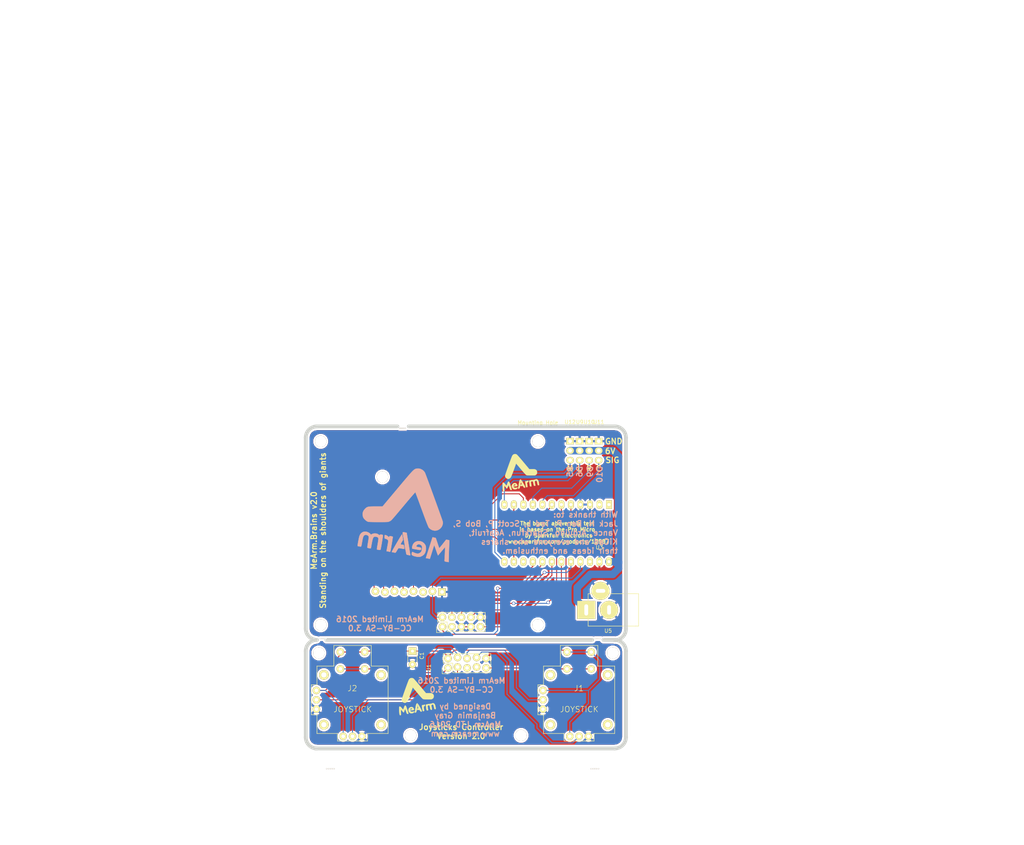
<source format=kicad_pcb>
(kicad_pcb (version 4) (host pcbnew "(2015-01-16 BZR 5376)-product")
  (layers (0 F.Cu signal) (1 In1.Cu signal) (2 In2.Cu signal) (31 B.Cu signal) (34 B.Paste user) (35 F.Paste user) (36 B.SilkS user) (37 F.SilkS user) (38 B.Mask user) (39 F.Mask user) (44 Edge.Cuts user))
  (net 0 "")
  (net 1 GND)
  (net 2 +6V)
  (net 3 I2C_SDA)
  (net 4 I2C_SCLK)
  (net 5 BT_TX)
  (net 6 BT_RX)
  (net 7 LCD_DC)
  (net 8 RIGHT)
  (net 9 LEFT)
  (net 10 LCD_RST)
  (net 11 LCD_CE)
  (net 12 WAIST)
  (net 13 CLAW)
  (net 14 MOSI_D16)
  (net 15 MISO_D14)
  (net 16 SCLK_D15)
  (net 17 A0)
  (net 18 A1)
  (net 19 A2)
  (net 20 A3)
  (net 21 RST)
  (net 22 5V)
  (net 23 VCC)
  (net 24 S2)
  (net 25 S1)
  (net 26 "Net-(U1-Pad5)")
  (net 27 "Net-(U1-Pad7)")
  (module Brains:Mounting_Hole (layer F.Cu) (at 114 85.5)
    (fp_text reference "" (at 0 -5) (layer F.SilkS))
    (fp_text value "" (at 4.5 0) (layer F.SilkS))
    (pad "" thru_hole circle (at 0 0) (size 3 3) (drill 3) (layers *.Cu *.Mask F.SilkS))
  )
  (module brains:MeArmLogo10mm (layer F.Cu) (at 123.3 144.1)
    (fp_text reference G*** hide)
    (fp_text value LOGO hide)
  )
  (module Brains:Nokia5510LCD (layer F.Cu) (at 121 113.5)
    (fp_text reference "" (at 0 -7.62) (layer F.SilkS) (effects (font (size 1.5 1.5))))
    (fp_text value "" (at 0 5.08) (layer F.SilkS) (effects (font (size 1.5 1.5))))
    (fp_text user "" (at -3.175 12.065) (layer F.SilkS) (effects (font (size 1.5 1.5))))
    (pad 1 thru_hole circle (at -8.89 2.54) (size 2 2) (drill 0.9) (layers *.Cu *.Mask F.SilkS) (net 10 LCD_RST))
    (pad 2 thru_hole circle (at -6.35 2.75) (size 2 2) (drill 1) (layers *.Cu *.Mask F.SilkS) (net 11 LCD_CE))
    (pad 3 thru_hole circle (at -3.81 2.54) (size 2 2) (drill 1) (layers *.Cu *.Mask F.SilkS) (net 7 LCD_DC))
    (pad 4 thru_hole circle (at -1.25 2.75) (size 2 2) (drill 1) (layers *.Cu *.Mask F.SilkS) (net 14 MOSI_D16))
    (pad 5 thru_hole circle (at 1.27 2.54) (size 2 2) (drill 1) (layers *.Cu *.Mask F.SilkS) (net 16 SCLK_D15))
    (pad 6 thru_hole circle (at 3.85 2.75) (size 2 2) (drill 1) (layers *.Cu *.Mask F.SilkS) (net 22 5V))
    (pad 7 thru_hole circle (at 6.35 2.54) (size 2 2) (drill 1) (layers *.Cu *.Mask F.SilkS) (net 22 5V))
    (pad 8 thru_hole rect (at 8.9 2.7) (size 2 2) (drill 1) (layers *.Cu *.Mask F.SilkS) (net 1 GND))
  )
  (module Pin_Headers:Pin_Header_Straight_1x03 (layer F.Cu) (at 171.735 75.946)
    (fp_text reference U11 (at 0 -5.1) (layer F.SilkS))
    (fp_text value Servo)
    (pad 1 thru_hole rect (at 0 0) (size 2.032 1.7272) (drill 1.016) (layers *.Cu *.Mask F.SilkS) (net 1 GND))
    (pad 2 thru_hole oval (at 0 2.54) (size 2.032 1.7272) (drill 1.016) (layers *.Cu *.Mask F.SilkS) (net 2 +6V))
    (pad 3 thru_hole oval (at 0 5.08) (size 2.032 1.7272) (drill 1.016) (layers *.Cu *.Mask F.SilkS) (net 8 RIGHT))
  )
  (module Pin_Headers:Pin_Header_Straight_1x03 (layer F.Cu) (at 169.195 75.946)
    (fp_text reference U10 (at 0 -5.1) (layer F.SilkS))
    (fp_text value Servo)
    (pad 1 thru_hole rect (at 0 0) (size 2.032 1.7272) (drill 1.016) (layers *.Cu *.Mask F.SilkS) (net 1 GND))
    (pad 2 thru_hole oval (at 0 2.54) (size 2.032 1.7272) (drill 1.016) (layers *.Cu *.Mask F.SilkS) (net 2 +6V))
    (pad 3 thru_hole oval (at 0 5.08) (size 2.032 1.7272) (drill 1.016) (layers *.Cu *.Mask F.SilkS) (net 9 LEFT))
  )
  (module Pin_Headers:Pin_Header_Straight_1x03 (layer F.Cu) (at 166.655 75.946)
    (fp_text reference U9 (at 0 -5.1) (layer F.SilkS))
    (fp_text value Servo)
    (pad 1 thru_hole rect (at 0 0) (size 2.032 1.7272) (drill 1.016) (layers *.Cu *.Mask F.SilkS) (net 1 GND))
    (pad 2 thru_hole oval (at 0 2.54) (size 2.032 1.7272) (drill 1.016) (layers *.Cu *.Mask F.SilkS) (net 2 +6V))
    (pad 3 thru_hole oval (at 0 5.08) (size 2.032 1.7272) (drill 1.016) (layers *.Cu *.Mask F.SilkS) (net 12 WAIST))
  )
  (module Pin_Headers:Pin_Header_Straight_1x03 (layer F.Cu) (at 164.095 75.935)
    (fp_text reference U12 (at 0 -5.1) (layer F.SilkS))
    (fp_text value Servo)
    (pad 1 thru_hole rect (at 0 0) (size 2.032 1.7272) (drill 1.016) (layers *.Cu *.Mask F.SilkS) (net 1 GND))
    (pad 2 thru_hole oval (at 0 2.54) (size 2.032 1.7272) (drill 1.016) (layers *.Cu *.Mask F.SilkS) (net 2 +6V))
    (pad 3 thru_hole oval (at 0 5.08) (size 2.032 1.7272) (drill 1.016) (layers *.Cu *.Mask F.SilkS) (net 13 CLAW))
  )
  (module Sockets_DIP:DIP-24__600_ELL (layer F.Cu) (at 160.5 100.5 180)
    (fp_text reference U3 (at -11.43 -3.81 180) (layer F.SilkS))
    (fp_text value promicro)
    (pad 1 thru_hole rect (at -13.97 7.62 180) (size 1.5748 2.286) (drill 0.8128) (layers *.Cu *.Mask F.SilkS) (net 5 BT_TX))
    (pad 2 thru_hole oval (at -11.43 7.62 180) (size 1.5748 2.286) (drill 0.8128) (layers *.Cu *.Mask F.SilkS) (net 6 BT_RX))
    (pad 3 thru_hole oval (at -8.89 7.62 180) (size 1.5748 2.286) (drill 0.8128) (layers *.Cu *.Mask F.SilkS) (net 1 GND))
    (pad 4 thru_hole oval (at -6.35 7.62 180) (size 1.5748 2.286) (drill 0.8128) (layers *.Cu *.Mask F.SilkS) (net 1 GND))
    (pad 5 thru_hole oval (at -3.81 7.62 180) (size 1.5748 2.286) (drill 0.8128) (layers *.Cu *.Mask F.SilkS) (net 3 I2C_SDA))
    (pad 6 thru_hole oval (at -1.27 7.62 180) (size 1.5748 2.286) (drill 0.8128) (layers *.Cu *.Mask F.SilkS) (net 4 I2C_SCLK))
    (pad 7 thru_hole oval (at 1.27 7.62 180) (size 1.5748 2.286) (drill 0.8128) (layers *.Cu *.Mask F.SilkS) (net 7 LCD_DC))
    (pad 8 thru_hole oval (at 3.81 7.62 180) (size 1.5748 2.286) (drill 0.8128) (layers *.Cu *.Mask F.SilkS) (net 8 RIGHT))
    (pad 9 thru_hole oval (at 6.35 7.62 180) (size 1.5748 2.286) (drill 0.8128) (layers *.Cu *.Mask F.SilkS) (net 9 LEFT))
    (pad 10 thru_hole oval (at 8.89 7.62 180) (size 1.5748 2.286) (drill 0.8128) (layers *.Cu *.Mask F.SilkS) (net 10 LCD_RST))
    (pad 11 thru_hole oval (at 11.43 7.62 180) (size 1.5748 2.286) (drill 0.8128) (layers *.Cu *.Mask F.SilkS) (net 11 LCD_CE))
    (pad 12 thru_hole oval (at 13.97 7.62 180) (size 1.5748 2.286) (drill 0.8128) (layers *.Cu *.Mask F.SilkS) (net 12 WAIST))
    (pad 13 thru_hole oval (at 13.97 -7.62 180) (size 1.5748 2.286) (drill 0.8128) (layers *.Cu *.Mask F.SilkS) (net 13 CLAW))
    (pad 14 thru_hole oval (at 11.43 -7.62 180) (size 1.5748 2.286) (drill 0.8128) (layers *.Cu *.Mask F.SilkS) (net 14 MOSI_D16))
    (pad 15 thru_hole oval (at 8.89 -7.62 180) (size 1.5748 2.286) (drill 0.8128) (layers *.Cu *.Mask F.SilkS) (net 15 MISO_D14))
    (pad 16 thru_hole oval (at 6.35 -7.62 180) (size 1.5748 2.286) (drill 0.8128) (layers *.Cu *.Mask F.SilkS) (net 16 SCLK_D15))
    (pad 17 thru_hole oval (at 3.81 -7.62 180) (size 1.5748 2.286) (drill 0.8128) (layers *.Cu *.Mask F.SilkS) (net 17 A0))
    (pad 18 thru_hole oval (at 1.27 -7.62 180) (size 1.5748 2.286) (drill 0.8128) (layers *.Cu *.Mask F.SilkS) (net 18 A1))
    (pad 19 thru_hole oval (at -1.27 -7.62 180) (size 1.5748 2.286) (drill 0.8128) (layers *.Cu *.Mask F.SilkS) (net 19 A2))
    (pad 20 thru_hole oval (at -3.81 -7.62 180) (size 1.5748 2.286) (drill 0.8128) (layers *.Cu *.Mask F.SilkS) (net 20 A3))
    (pad 21 thru_hole oval (at -6.35 -7.62 180) (size 1.5748 2.286) (drill 0.8128) (layers *.Cu *.Mask F.SilkS) (net 22 5V))
    (pad 22 thru_hole oval (at -8.89 -7.62 180) (size 1.5748 2.286) (drill 0.8128) (layers *.Cu *.Mask F.SilkS) (net 21 RST))
    (pad 23 thru_hole oval (at -11.43 -7.62 180) (size 1.5748 2.286) (drill 0.8128) (layers *.Cu *.Mask F.SilkS) (net 1 GND))
    (pad 24 thru_hole oval (at -13.97 -7.62 180) (size 1.5748 2.286) (drill 0.8128) (layers *.Cu *.Mask F.SilkS) (net 2 +6V))
  )
  (module Brains:TinyDrillHole (layer F.Cu) (at 98.933 128.651)
    (fp_text reference "" (at 0 0) (layer F.SilkS))
    (fp_text value "" (at 0 0 90) (layer F.SilkS))
    (pad 2 thru_hole circle (at 0 0) (size 0.3 0.3) (drill 0.3) (layers *.Cu *.Mask F.SilkS))
  )
  (module Brains:TinyDrillHole (layer F.Cu) (at 98.552 128.651)
    (fp_text reference "" (at 0 0) (layer F.SilkS))
    (fp_text value "" (at 0 0 90) (layer F.SilkS))
    (pad 2 thru_hole circle (at 0 0) (size 0.3 0.3) (drill 0.3) (layers *.Cu *.Mask F.SilkS))
  )
  (module Brains:TinyDrillHole (layer F.Cu) (at 98.171 128.651)
    (fp_text reference "" (at 0 0) (layer F.SilkS))
    (fp_text value "" (at 0 0 90) (layer F.SilkS))
    (pad 2 thru_hole circle (at 0 0) (size 0.3 0.3) (drill 0.3) (layers *.Cu *.Mask F.SilkS))
  )
  (module Brains:TinyDrillHole (layer F.Cu) (at 97.79 128.651)
    (fp_text reference "" (at 0 0) (layer F.SilkS))
    (fp_text value "" (at 0 0 90) (layer F.SilkS))
    (pad 2 thru_hole circle (at 0 0) (size 0.3 0.3) (drill 0.3) (layers *.Cu *.Mask F.SilkS))
  )
  (module TinyDrillHole (layer F.Cu) (at 97.409 128.651)
    (fp_text reference "" (at 0 0) (layer F.SilkS))
    (fp_text value "" (at 0 0 90) (layer F.SilkS))
    (pad 2 thru_hole circle (at 0 0) (size 0.3 0.3) (drill 0.3) (layers *.Cu *.Mask F.SilkS))
  )
  (module Brains:TinyDrillHole (layer F.Cu) (at 172.339 128.651)
    (fp_text reference "" (at 0 0) (layer F.SilkS))
    (fp_text value "" (at 0 0 90) (layer F.SilkS))
    (pad 2 thru_hole circle (at 0 0) (size 0.3 0.3) (drill 0.3) (layers *.Cu *.Mask F.SilkS))
  )
  (module Brains:TinyDrillHole (layer F.Cu) (at 171.958 128.651)
    (fp_text reference "" (at 0 0) (layer F.SilkS))
    (fp_text value "" (at 0 0 90) (layer F.SilkS))
    (pad 2 thru_hole circle (at 0 0) (size 0.3 0.3) (drill 0.3) (layers *.Cu *.Mask F.SilkS))
  )
  (module Brains:TinyDrillHole (layer F.Cu) (at 171.577 128.651)
    (fp_text reference "" (at 0 0) (layer F.SilkS))
    (fp_text value "" (at 0 0 90) (layer F.SilkS))
    (pad 2 thru_hole circle (at 0 0) (size 0.3 0.3) (drill 0.3) (layers *.Cu *.Mask F.SilkS))
  )
  (module Brains:TinyDrillHole (layer F.Cu) (at 171.196 128.651)
    (fp_text reference "" (at 0 0) (layer F.SilkS))
    (fp_text value "" (at 0 0 90) (layer F.SilkS))
    (pad 2 thru_hole circle (at 0 0) (size 0.3 0.3) (drill 0.3) (layers *.Cu *.Mask F.SilkS))
  )
  (module TinyDrillHole (layer F.Cu) (at 170.815 128.651)
    (fp_text reference "" (at 0 0) (layer F.SilkS))
    (fp_text value "" (at 0 0 90) (layer F.SilkS))
    (pad 2 thru_hole circle (at 0 0) (size 0.3 0.3) (drill 0.3) (layers *.Cu *.Mask F.SilkS))
  )
  (module TinyDrillHole (layer F.Cu) (at 118.618 72.517)
    (fp_text reference "" (at 0 0) (layer F.SilkS))
    (fp_text value "" (at 0 0 90) (layer F.SilkS))
    (pad 2 thru_hole circle (at 0 0) (size 0.3 0.3) (drill 0.3) (layers *.Cu *.Mask F.SilkS))
  )
  (module Pin_Headers:Pin_Header_Straight_2x05 (layer F.Cu) (at 130 125.5 90)
    (fp_text reference "" (at 0 -5.1 90) (layer F.SilkS))
    (fp_text value JoyConnectISP)
    (pad 1 thru_hole circle (at 0 0 90) (size 2 2) (drill 1.016) (layers *.Cu *.Mask F.SilkS) (net 3 I2C_SDA))
    (pad 2 thru_hole circle (at 2.54 0 90) (size 2 2) (drill 1.016) (layers *.Cu *.Mask F.SilkS) (net 22 5V))
    (pad 3 thru_hole circle (at 0 2.54 90) (size 2 2) (drill 1.016) (layers *.Cu *.Mask F.SilkS) (net 17 A0))
    (pad 4 thru_hole circle (at 2.54 2.54 90) (size 2 2) (drill 1.016) (layers *.Cu *.Mask F.SilkS) (net 20 A3))
    (pad 5 thru_hole circle (at 0 5.08 90) (size 2 2) (drill 1.016) (layers *.Cu *.Mask F.SilkS) (net 1 GND))
    (pad 6 thru_hole circle (at 2.54 5.08 90) (size 2 2) (drill 1.016) (layers *.Cu *.Mask F.SilkS) (net 19 A2))
    (pad 7 thru_hole circle (at 0 7.62 90) (size 2 2) (drill 1.016) (layers *.Cu *.Mask F.SilkS) (net 1 GND))
    (pad 8 thru_hole circle (at 2.54 7.62 90) (size 2 2) (drill 1.016) (layers *.Cu *.Mask F.SilkS) (net 18 A1))
    (pad 9 thru_hole circle (at 0 10.16 90) (size 2 2) (drill 1.016) (layers *.Cu *.Mask F.SilkS) (net 4 I2C_SCLK))
    (pad 10 thru_hole circle (at 2.54 10.16 90) (size 2 2) (drill 1.016) (layers *.Cu *.Mask F.SilkS) (net 1 GND))
  )
  (module Connect:JACK_ALIM (layer F.Cu) (at 174.5 121 180)
    (fp_text reference U5 (at 0.254 -5.588 180) (layer F.SilkS))
    (fp_text value JACK_2MM1)
    (pad 2 thru_hole circle (at 0 0 180) (size 4.8006 4.8006) (drill oval 1.016 2.54) (layers *.Cu *.Mask F.SilkS) (net 1 GND))
    (pad 1 thru_hole rect (at 6.096 0 180) (size 4.8006 4.8006) (drill oval 1.016 3) (layers *.Cu *.Mask F.SilkS) (net 2 +6V))
    (pad 3 thru_hole circle (at 2.286 5.08 180) (size 4.8006 4.8006) (drill oval 2.54 1.016) (layers *.Cu *.Mask F.SilkS) (net 1 GND))
  )
  (module Brains:Mounting_Hole (layer F.Cu) (at 97.5 76)
    (fp_text reference "" (at 0 -5) (layer F.SilkS))
    (fp_text value "" (at 4.5 0) (layer F.SilkS))
    (pad "" thru_hole circle (at 0 0) (size 3 3) (drill 3) (layers *.Cu *.Mask F.SilkS))
  )
  (module Brains:Mounting_Hole (layer F.Cu) (at 155.5 76)
    (fp_text reference Mounting_Hole (at 0 -5) (layer F.SilkS))
    (fp_text value "" (at 0 5) (layer F.SilkS))
    (pad "" thru_hole circle (at 0 0) (size 3 3) (drill 3) (layers *.Cu *.Mask F.SilkS))
  )
  (module Brains:Mounting_Hole (layer F.Cu) (at 97.5 125)
    (fp_text reference "" (at 0 -5) (layer F.SilkS))
    (fp_text value "" (at 0 5) (layer F.SilkS))
    (pad "" thru_hole circle (at 0 0) (size 3 3) (drill 3) (layers *.Cu *.Mask F.SilkS))
  )
  (module Brains:Mounting_Hole (layer F.Cu) (at 155.5 125)
    (fp_text reference "" (at 0 -5) (layer F.SilkS))
    (fp_text value "" (at 0 5) (layer F.SilkS))
    (pad "" thru_hole circle (at 0 0) (size 3 3) (drill 3) (layers *.Cu *.Mask F.SilkS))
  )
  (module Brains:TinyDrillHole (layer F.Cu) (at 118.999 72.517)
    (fp_text reference "" (at 0 0) (layer F.SilkS))
    (fp_text value "" (at 0 0 90) (layer F.SilkS))
    (pad 2 thru_hole circle (at 0 0) (size 0.3 0.3) (drill 0.3) (layers *.Cu *.Mask F.SilkS))
  )
  (module Brains:TinyDrillHole (layer F.Cu) (at 119.38 72.517)
    (fp_text reference "" (at 0 0) (layer F.SilkS))
    (fp_text value "" (at 0 0 90) (layer F.SilkS))
    (pad 2 thru_hole circle (at 0 0) (size 0.3 0.3) (drill 0.3) (layers *.Cu *.Mask F.SilkS))
  )
  (module Brains:TinyDrillHole (layer F.Cu) (at 119.761 72.517)
    (fp_text reference "" (at 0 0) (layer F.SilkS))
    (fp_text value "" (at 0 0 90) (layer F.SilkS))
    (pad 2 thru_hole circle (at 0 0) (size 0.3 0.3) (drill 0.3) (layers *.Cu *.Mask F.SilkS))
  )
  (module Brains:TinyDrillHole (layer F.Cu) (at 120.142 72.517)
    (fp_text reference "" (at 0 0) (layer F.SilkS))
    (fp_text value "" (at 0 0 90) (layer F.SilkS))
    (pad 2 thru_hole circle (at 0 0) (size 0.3 0.3) (drill 0.3) (layers *.Cu *.Mask F.SilkS))
  )
  (module brains:MeArmLogo25mm (layer B.Cu) (at 119.634 95.758 180)
    (fp_text reference G*** hide)
    (fp_text value LOGO hide)
  )
  (module brains:MeArmLogo10mm (layer F.Cu) (at 150.9 84.3)
    (fp_text reference G*** hide)
    (fp_text value LOGO hide)
  )
  (module Brains:JOYSTICKS (layer F.Cu) (at 166.5 145)
    (fp_text reference J1 (at -0.05 -3.05) (layer F.SilkS) (effects (font (size 1.5 1.5))))
    (fp_text value JOYSTICK (at 0.05 2.55) (layer F.SilkS) (effects (font (size 1.5 1.5))))
    (pad "" thru_hole circle (at -7.65 -6.65) (size 2.6 2.6) (drill 1.4) (layers *.Cu *.Mask F.SilkS))
    (pad "" thru_hole circle (at 7.65 -6.65) (size 2.6 2.6) (drill 1.4) (layers *.Cu *.Mask F.SilkS))
    (pad "" thru_hole circle (at 7.65 6.65) (size 2.6 2.6) (drill 1.4) (layers *.Cu *.Mask F.SilkS))
    (pad "" thru_hole circle (at -7.65 6.65) (size 2.6 2.6) (drill 1.4) (layers *.Cu *.Mask F.SilkS))
    (pad 4 thru_hole circle (at -9.65 0) (size 2 2) (drill 1) (layers *.Cu *.Mask F.SilkS) (net 19 A2))
    (pad 3 thru_hole circle (at -9.65 -2.5) (size 2 2) (drill 1) (layers *.Cu *.Mask F.SilkS) (net 23 VCC))
    (pad 5 thru_hole circle (at -9.65 2.5) (size 2 2) (drill 1) (layers *.Cu *.Mask F.SilkS) (net 1 GND))
    (pad 7 thru_hole circle (at 0 9.75) (size 2 2) (drill 1) (layers *.Cu *.Mask F.SilkS) (net 20 A3))
    (pad 6 thru_hole circle (at -2.5 9.75) (size 2 2) (drill 1) (layers *.Cu *.Mask F.SilkS) (net 23 VCC))
    (pad 8 thru_hole circle (at 2.5 9.75) (size 2 2) (drill 1) (layers *.Cu *.Mask F.SilkS) (net 1 GND))
    (pad 1 thru_hole circle (at -3.25 -8.25) (size 2 2) (drill 1) (layers *.Cu *.Mask F.SilkS) (net 24 S2))
    (pad 1 thru_hole circle (at 3.25 -8.25) (size 2 2) (drill 1) (layers *.Cu *.Mask F.SilkS) (net 24 S2))
    (pad 2 thru_hole circle (at 3.25 -12.75) (size 2 2) (drill 1) (layers *.Cu *.Mask F.SilkS) (net 23 VCC))
    (pad 2 thru_hole circle (at -3.25 -12.75) (size 2 2) (drill 1) (layers *.Cu *.Mask F.SilkS) (net 23 VCC))
  )
  (module JOYSTICKS (layer F.Cu) (at 106 145)
    (fp_text reference J2 (at -0.05 -3.05) (layer F.SilkS) (effects (font (size 1.5 1.5))))
    (fp_text value JOYSTICK (at 0.05 2.55) (layer F.SilkS) (effects (font (size 1.5 1.5))))
    (pad "" thru_hole circle (at -7.65 -6.65) (size 2.6 2.6) (drill 1.4) (layers *.Cu *.Mask F.SilkS))
    (pad "" thru_hole circle (at 7.65 -6.65) (size 2.6 2.6) (drill 1.4) (layers *.Cu *.Mask F.SilkS))
    (pad "" thru_hole circle (at 7.65 6.65) (size 2.6 2.6) (drill 1.4) (layers *.Cu *.Mask F.SilkS))
    (pad "" thru_hole circle (at -7.65 6.65) (size 2.6 2.6) (drill 1.4) (layers *.Cu *.Mask F.SilkS))
    (pad 4 thru_hole circle (at -9.65 0) (size 2 2) (drill 1) (layers *.Cu *.Mask F.SilkS) (net 17 A0))
    (pad 3 thru_hole circle (at -9.65 -2.5) (size 2 2) (drill 1) (layers *.Cu *.Mask F.SilkS) (net 23 VCC))
    (pad 5 thru_hole circle (at -9.65 2.5) (size 2 2) (drill 1) (layers *.Cu *.Mask F.SilkS) (net 1 GND))
    (pad 7 thru_hole circle (at 0 9.75) (size 2 2) (drill 1) (layers *.Cu *.Mask F.SilkS) (net 18 A1))
    (pad 6 thru_hole circle (at -2.5 9.75) (size 2 2) (drill 1) (layers *.Cu *.Mask F.SilkS) (net 23 VCC))
    (pad 8 thru_hole circle (at 2.5 9.75) (size 2 2) (drill 1) (layers *.Cu *.Mask F.SilkS) (net 1 GND))
    (pad 1 thru_hole circle (at -3.25 -8.25) (size 2 2) (drill 1) (layers *.Cu *.Mask F.SilkS) (net 25 S1))
    (pad 1 thru_hole circle (at 3.25 -8.25) (size 2 2) (drill 1) (layers *.Cu *.Mask F.SilkS) (net 25 S1))
    (pad 2 thru_hole circle (at 3.25 -12.75) (size 2 2) (drill 1) (layers *.Cu *.Mask F.SilkS) (net 23 VCC))
    (pad 2 thru_hole circle (at -3.25 -12.75) (size 2 2) (drill 1) (layers *.Cu *.Mask F.SilkS) (net 23 VCC))
  )
  (module Pin_Headers:Pin_Header_Straight_2x05 (layer F.Cu) (at 131.5 136.5 90)
    (fp_text reference U1 (at 0 -5.1 90) (layer F.SilkS))
    (fp_text value JoyConnectISP)
    (pad 1 thru_hole circle (at 0 0 90) (size 2 2) (drill 1.016) (layers *.Cu *.Mask F.SilkS) (net 25 S1))
    (pad 2 thru_hole circle (at 2.54 0 90) (size 2 2) (drill 1.016) (layers *.Cu *.Mask F.SilkS) (net 23 VCC))
    (pad 3 thru_hole circle (at 0.254 2.54 90) (size 2 2) (drill 1.016) (layers *.Cu *.Mask F.SilkS) (net 17 A0))
    (pad 4 thru_hole circle (at 2.794 2.54 90) (size 2 2) (drill 1.016) (layers *.Cu *.Mask F.SilkS) (net 18 A1))
    (pad 5 thru_hole circle (at 0 5.08 90) (size 2 2) (drill 1.016) (layers *.Cu *.Mask F.SilkS) (net 26 "Net-(U1-Pad5)"))
    (pad 6 thru_hole circle (at 2.54 5.08 90) (size 2 2) (drill 1.016) (layers *.Cu *.Mask F.SilkS) (net 19 A2))
    (pad 7 thru_hole circle (at 0.254 7.62 90) (size 2 2) (drill 1.016) (layers *.Cu *.Mask F.SilkS) (net 27 "Net-(U1-Pad7)"))
    (pad 8 thru_hole circle (at 2.794 7.62 90) (size 2 2) (drill 1.016) (layers *.Cu *.Mask F.SilkS) (net 20 A3))
    (pad 9 thru_hole circle (at 0 10.16 90) (size 2 2) (drill 1.016) (layers *.Cu *.Mask F.SilkS) (net 24 S2))
    (pad 10 thru_hole circle (at 2.54 10.16 90) (size 2 2) (drill 1.016) (layers *.Cu *.Mask F.SilkS) (net 1 GND))
  )
  (module Capacitors_ThroughHole:C_Disc_D3_P2.5 (layer F.Cu) (at 122 132 270)
    (fp_text reference C1 (at 1.25 -2.5 270) (layer F.SilkS))
    (fp_text value C)
    (pad 1 thru_hole rect (at 0 0 270) (size 2 2) (drill 0.8) (layers *.Cu *.Mask F.SilkS) (net 23 VCC))
    (pad 2 thru_hole circle (at 3.556 0 270) (size 2 2) (drill 0.8001) (layers *.Cu *.Mask F.SilkS) (net 1 GND))
  )
  (module brains:TinyDrillHole (layer F.Cu) (at 169.664 163.403)
    (fp_text reference "" (at 0 0) (layer F.SilkS))
    (fp_text value "" (at 0 0 90) (layer F.SilkS))
    (pad 2 thru_hole circle (at 0 0) (size 0.3 0.3) (drill 0.3) (layers *.Cu *.Mask F.SilkS))
  )
  (module brains:TinyDrillHole (layer F.Cu) (at 170.172 163.403)
    (fp_text reference "" (at 0 0) (layer F.SilkS))
    (fp_text value "" (at 0 0 90) (layer F.SilkS))
    (pad 2 thru_hole circle (at 0 0) (size 0.3 0.3) (drill 0.3) (layers *.Cu *.Mask F.SilkS))
  )
  (module brains:TinyDrillHole (layer F.Cu) (at 171.188 163.403)
    (fp_text reference "" (at 0 0) (layer F.SilkS))
    (fp_text value "" (at 0 0 90) (layer F.SilkS))
    (pad 2 thru_hole circle (at 0 0) (size 0.3 0.3) (drill 0.3) (layers *.Cu *.Mask F.SilkS))
  )
  (module brains:TinyDrillHole (layer F.Cu) (at 170.68 163.403)
    (fp_text reference "" (at 0 0) (layer F.SilkS))
    (fp_text value "" (at 0 0 90) (layer F.SilkS))
    (pad 2 thru_hole circle (at 0 0) (size 0.3 0.3) (drill 0.3) (layers *.Cu *.Mask F.SilkS))
  )
  (module brains:TinyDrillHole (layer F.Cu) (at 171.696 163.403)
    (fp_text reference "" (at 0 0) (layer F.SilkS))
    (fp_text value "" (at 0 0 90) (layer F.SilkS))
    (pad 2 thru_hole circle (at 0 0) (size 0.3 0.3) (drill 0.3) (layers *.Cu *.Mask F.SilkS))
  )
  (module brains:TinyDrillHole (layer F.Cu) (at 101.084 163.403)
    (fp_text reference "" (at 0 0) (layer F.SilkS))
    (fp_text value "" (at 0 0 90) (layer F.SilkS))
    (pad 2 thru_hole circle (at 0 0) (size 0.3 0.3) (drill 0.3) (layers *.Cu *.Mask F.SilkS))
  )
  (module brains:TinyDrillHole (layer F.Cu) (at 100.068 163.403)
    (fp_text reference "" (at 0 0) (layer F.SilkS))
    (fp_text value "" (at 0 0 90) (layer F.SilkS))
    (pad 2 thru_hole circle (at 0 0) (size 0.3 0.3) (drill 0.3) (layers *.Cu *.Mask F.SilkS))
  )
  (module brains:TinyDrillHole (layer F.Cu) (at 100.576 163.403)
    (fp_text reference "" (at 0 0) (layer F.SilkS))
    (fp_text value "" (at 0 0 90) (layer F.SilkS))
    (pad 2 thru_hole circle (at 0 0) (size 0.3 0.3) (drill 0.3) (layers *.Cu *.Mask F.SilkS))
  )
  (module brains:TinyDrillHole (layer F.Cu) (at 99.56 163.403)
    (fp_text reference "" (at 0 0) (layer F.SilkS))
    (fp_text value "" (at 0 0 90) (layer F.SilkS))
    (pad 2 thru_hole circle (at 0 0) (size 0.3 0.3) (drill 0.3) (layers *.Cu *.Mask F.SilkS))
  )
  (module Mounting_Hole (layer F.Cu) (at 97 132.5)
    (fp_text reference "" (at 0 -5) (layer F.SilkS))
    (fp_text value "" (at 0 5) (layer F.SilkS))
    (pad "" thru_hole circle (at 0 0) (size 3 3) (drill 3) (layers *.Cu *.Mask F.SilkS))
  )
  (module Mounting_Hole (layer F.Cu) (at 151 154.5)
    (fp_text reference "" (at 0 -5) (layer F.SilkS))
    (fp_text value "" (at 0 5) (layer F.SilkS))
    (pad "" thru_hole circle (at 0 0) (size 3 3) (drill 3) (layers *.Cu *.Mask F.SilkS))
  )
  (module Mounting_Hole (layer F.Cu) (at 175.5 132.5)
    (fp_text reference "" (at 0 -5) (layer F.SilkS))
    (fp_text value "" (at 0 5) (layer F.SilkS))
    (pad "" thru_hole circle (at 0 0) (size 3 3) (drill 3) (layers *.Cu *.Mask F.SilkS))
  )
  (module Mounting_Hole (layer F.Cu) (at 121.5 154.5)
    (fp_text reference "" (at 0 -5) (layer F.SilkS))
    (fp_text value "" (at 0 5) (layer F.SilkS))
    (pad "" thru_hole circle (at 0 0) (size 3 3) (drill 3) (layers *.Cu *.Mask F.SilkS))
  )
  (module brains:TinyDrillHole (layer F.Cu) (at 99.052 163.403)
    (fp_text reference "" (at 0 0) (layer F.SilkS))
    (fp_text value "" (at 0 0 90) (layer F.SilkS))
    (pad 2 thru_hole circle (at 0 0) (size 0.3 0.3) (drill 0.3) (layers *.Cu *.Mask F.SilkS))
  )
  (gr_text SIG (at 175.4 81) (layer F.SilkS) (effects (font (size 1.5 1.5) (thickness 0.3))))
  (gr_text 6V (at 174.8 78.6) (layer F.SilkS) (effects (font (size 1.5 1.5) (thickness 0.3))))
  (gr_text GND (at 175.75 76) (layer F.SilkS) (effects (font (size 1.5 1.5) (thickness 0.3))))
  (gr_line (start 93.5 132) (end 93.5 155) (angle 90) (layer Edge.Cuts) (width 1))
  (gr_line (start 179 132) (end 179 155) (angle 90) (layer Edge.Cuts) (width 1))
  (gr_text "MeArm Limited 2016\nCC-BY-SA 3.0" (at 113.3 124.7) (layer B.SilkS) (effects (font (size 1.5 1.5) (thickness 0.3)) (justify mirror)))
  (gr_arc (start 176 126.1) (end 179 126.1) (angle 90) (layer Edge.Cuts) (width 1))
  (gr_line (start 96 158) (end 176 158) (angle 90) (layer Edge.Cuts) (width 1))
  (gr_arc (start 96.5 155) (end 96.5 158) (angle 90) (layer Edge.Cuts) (width 1))
  (gr_arc (start 176 132) (end 176 129) (angle 90) (layer Edge.Cuts) (width 1))
  (gr_arc (start 96.5 132) (end 93.5 132) (angle 90) (layer Edge.Cuts) (width 1))
  (gr_text C (at 171.704 83.312) (layer F.SilkS) (effects (font (size 1.5 1.5) (thickness 0.3))))
  (gr_text R (at 169.164 83.312) (layer F.SilkS) (effects (font (size 1.5 1.5) (thickness 0.3))))
  (gr_text L (at 166.624 83.312) (layer F.SilkS) (effects (font (size 1.5 1.5) (thickness 0.3))))
  (gr_text M (at 164.084 83.312) (layer F.SilkS) (effects (font (size 1.5 1.5) (thickness 0.3))))
  (gr_text "MeArm Limited 2016\nCC-BY-SA 3.0" (at 135.1 141.1) (layer B.SilkS) (effects (font (size 1.5 1.5) (thickness 0.3)) (justify mirror)))
  (gr_line (start 96.5 72) (end 118 72) (angle 90) (layer Edge.Cuts) (width 1))
  (gr_arc (start 176 75) (end 176 72) (angle 90) (layer Edge.Cuts) (width 1))
  (gr_arc (start 176 155) (end 179 155) (angle 90) (layer Edge.Cuts) (width 1))
  (gr_arc (start 96.5 126) (end 96.5 129) (angle 90) (layer Edge.Cuts) (width 1))
  (gr_line (start 170 129) (end 99 129) (angle 90) (layer Edge.Cuts) (width 1))
  (gr_line (start 176 129) (end 173 129) (angle 90) (layer Edge.Cuts) (width 1))
  (gr_line (start 179 75) (end 179 126) (angle 90) (layer Edge.Cuts) (width 1))
  (gr_line (start 121 72) (end 176 72) (angle 90) (layer Edge.Cuts) (width 1))
  (gr_arc (start 96.5 75) (end 93.5 75) (angle 90) (layer Edge.Cuts) (width 1))
  (gr_line (start 93.5 75) (end 93.5 126) (angle 90) (layer Edge.Cuts) (width 1))
  (gr_text "MeArm.Brains v2.0\nStanding on the shoulders of giants" (at 96.9 99.8 90) (layer F.SilkS) (effects (font (size 1.5 1.5) (thickness 0.3))))
  (gr_text "With thanks to:\nJack H, Ben P, Ted L, Scott P, Bob S,\nVance, Arduino, Sparkfun, Adafruit,\nKiCad and everyone who shares \ntheir ideas and enthusiam.\n\n" (at 177.038 101.6) (layer B.SilkS) (effects (font (size 1.5 1.5) (thickness 0.3)) (justify left mirror)))
  (gr_text "D5\n" (at 164.084 84.074 90) (layer B.SilkS) (effects (font (size 1.5 1.5) (thickness 0.3)) (justify mirror)))
  (gr_text "D6\n" (at 166.624 84.074 90) (layer B.SilkS) (effects (font (size 1.5 1.5) (thickness 0.3)) (justify mirror)))
  (gr_text "D9\n" (at 169.418 84.074 90) (layer B.SilkS) (effects (font (size 1.5 1.5) (thickness 0.3)) (justify mirror)))
  (gr_text "D10\n" (at 171.958 84.836 90) (layer B.SilkS) (effects (font (size 1.5 1.5) (thickness 0.3)) (justify mirror)))
  (gr_text "The board above this text \nis based on the Pro Micro \nby Sparkfun Electronics\nwww.sparkfun.com/products/12587\n" (at 161.036 100.33) (layer F.SilkS) (effects (font (size 1 1) (thickness 0.25))))
  (gr_text "Designed by\nBenjamin Gray\nMeArm LTD 2016\nwww.mearm.com" (at 136.1 150.4) (layer B.SilkS) (effects (font (size 1.5 1.5) (thickness 0.3)) (justify mirror)))
  (gr_text "Joysticks Controller\nVersion 2.0\n" (at 135 153.5) (layer F.SilkS) (effects (font (size 1.5 1.5) (thickness 0.3))))
  (segment (start 140.16 122.96) (end 137.62 125.5) (width 0.254) (layer F.Cu) (net 1))
  (segment (start 137.62 125.5) (end 135.08 125.5) (width 0.254) (layer F.Cu) (net 1))
  (segment (start 177 108.5) (end 177 110) (width 2) (layer B.Cu) (net 2))
  (segment (start 166 118.596) (end 168.404 121) (width 2) (layer B.Cu) (net 2))
  (segment (start 166 115) (end 166 118.596) (width 2) (layer B.Cu) (net 2))
  (segment (start 169.5 111.5) (end 166 115) (width 2) (layer B.Cu) (net 2))
  (segment (start 175.5 111.5) (end 169.5 111.5) (width 2) (layer B.Cu) (net 2))
  (segment (start 177 110) (end 175.5 111.5) (width 2) (layer B.Cu) (net 2))
  (segment (start 166.644 78.475) (end 166.655 78.486) (width 2) (layer B.Cu) (net 2))
  (segment (start 164.095 78.475) (end 166.644 78.475) (width 2) (layer B.Cu) (net 2))
  (segment (start 166.655 78.486) (end 169.195 78.486) (width 2) (layer B.Cu) (net 2))
  (segment (start 169.195 78.486) (end 171.735 78.486) (width 2) (layer B.Cu) (net 2))
  (segment (start 171.735 78.486) (end 171.735 78.517) (width 0.254) (layer B.Cu) (net 2))
  (segment (start 171.735 78.486) (end 172.466 78.486) (width 0.254) (layer B.Cu) (net 2))
  (segment (start 175.486 78.486) (end 177 80) (width 2) (layer B.Cu) (net 2))
  (segment (start 177 80) (end 177 108.5) (width 2) (layer B.Cu) (net 2))
  (segment (start 171.735 78.486) (end 175.486 78.486) (width 2) (layer B.Cu) (net 2))
  (segment (start 177 108.12) (end 176.62 108.5) (width 2) (layer B.Cu) (net 2))
  (segment (start 176.62 108.5) (end 176.5 108.5) (width 2) (layer B.Cu) (net 2))
  (segment (start 176.5 108.5) (end 177 108.5) (width 2) (layer B.Cu) (net 2))
  (segment (start 174.47 108.12) (end 177 108.12) (width 2) (layer B.Cu) (net 2))
  (segment (start 164.31 105.19) (end 163 106.5) (width 0.254) (layer F.Cu) (net 3))
  (segment (start 163 106.5) (end 163 122.5) (width 0.254) (layer F.Cu) (net 3))
  (segment (start 163 122.5) (end 158 127.5) (width 0.254) (layer F.Cu) (net 3))
  (segment (start 158 127.5) (end 131 127.5) (width 0.254) (layer F.Cu) (net 3))
  (segment (start 131 127.5) (end 130 126.5) (width 0.254) (layer F.Cu) (net 3))
  (segment (start 130 126.5) (end 130 125.5) (width 0.254) (layer F.Cu) (net 3))
  (segment (start 164.31 92.88) (end 164.31 105.19) (width 0.254) (layer F.Cu) (net 3))
  (segment (start 161.77 105.23) (end 160.5 106.5) (width 0.254) (layer F.Cu) (net 4))
  (segment (start 160.5 106.5) (end 160.5 114) (width 0.254) (layer F.Cu) (net 4))
  (segment (start 160.5 114) (end 149 125.5) (width 0.254) (layer F.Cu) (net 4))
  (segment (start 149 125.5) (end 140.16 125.5) (width 0.254) (layer F.Cu) (net 4))
  (segment (start 161.77 92.88) (end 161.77 105.23) (width 0.254) (layer F.Cu) (net 4))
  (segment (start 159.23 92.88) (end 159.23 93.27) (width 0.254) (layer F.Cu) (net 7))
  (segment (start 116.84 115.69) (end 117.19 116.04) (width 0.254) (layer F.Cu) (net 7))
  (segment (start 153 99.5) (end 159.23 93.27) (width 0.254) (layer F.Cu) (net 7))
  (segment (start 153 99.5) (end 122 99.5) (width 0.254) (layer F.Cu) (net 7))
  (segment (start 122 99.5) (end 116.84 104.66) (width 0.254) (layer F.Cu) (net 7))
  (segment (start 116.84 115.69) (end 116.84 104.66) (width 0.254) (layer F.Cu) (net 7))
  (segment (start 171.735 81.026) (end 172.497 81.026) (width 0.1524) (layer B.Cu) (net 8))
  (segment (start 156.69 91.81) (end 156.69 92.88) (width 0.254) (layer B.Cu) (net 8))
  (segment (start 171.735 83.765) (end 165 90.5) (width 0.254) (layer B.Cu) (net 8))
  (segment (start 165 90.5) (end 158 90.5) (width 0.254) (layer B.Cu) (net 8))
  (segment (start 158 90.5) (end 156.69 91.81) (width 0.254) (layer B.Cu) (net 8))
  (segment (start 171.735 81.026) (end 171.735 83.765) (width 0.254) (layer B.Cu) (net 8))
  (segment (start 169.195 80.899) (end 169.195 80.899) (width 0.254) (layer B.Cu) (net 9))
  (segment (start 169.195 83.805) (end 164.5 88.5) (width 0.254) (layer B.Cu) (net 9))
  (segment (start 164.5 88.5) (end 156.5 88.5) (width 0.254) (layer B.Cu) (net 9))
  (segment (start 156.5 88.5) (end 154.15 90.85) (width 0.254) (layer B.Cu) (net 9))
  (segment (start 154.15 90.85) (end 154.15 92.88) (width 0.254) (layer B.Cu) (net 9))
  (segment (start 169.195 81.026) (end 169.195 83.805) (width 0.254) (layer B.Cu) (net 9))
  (segment (start 111.76 115.69) (end 112.11 116.04) (width 0.254) (layer F.Cu) (net 10))
  (segment (start 151.61 91.11) (end 151.61 92.88) (width 0.254) (layer F.Cu) (net 10))
  (segment (start 119 95) (end 111.76 102.24) (width 0.254) (layer F.Cu) (net 10))
  (segment (start 141 95) (end 119 95) (width 0.254) (layer F.Cu) (net 10))
  (segment (start 146 90) (end 141 95) (width 0.254) (layer F.Cu) (net 10))
  (segment (start 150.5 90) (end 146 90) (width 0.254) (layer F.Cu) (net 10))
  (segment (start 151.61 91.11) (end 150.5 90) (width 0.254) (layer F.Cu) (net 10))
  (segment (start 111.76 115.69) (end 111.76 102.24) (width 0.254) (layer F.Cu) (net 10))
  (segment (start 114.3 115.9) (end 114.65 116.25) (width 0.254) (layer F.Cu) (net 11))
  (segment (start 149.07 94.43) (end 149.07 92.88) (width 0.254) (layer F.Cu) (net 11))
  (segment (start 121 97) (end 114.3 103.7) (width 0.254) (layer F.Cu) (net 11))
  (segment (start 146.5 97) (end 121 97) (width 0.254) (layer F.Cu) (net 11))
  (segment (start 149.07 94.43) (end 146.5 97) (width 0.254) (layer F.Cu) (net 11))
  (segment (start 114.3 115.9) (end 114.3 103.7) (width 0.254) (layer F.Cu) (net 11))
  (segment (start 166.735 80.899) (end 166.655 80.899) (width 0.254) (layer B.Cu) (net 12))
  (segment (start 166.655 83.345) (end 163.5 86.5) (width 0.254) (layer B.Cu) (net 12))
  (segment (start 163.5 86.5) (end 149 86.5) (width 0.254) (layer B.Cu) (net 12))
  (segment (start 149 86.5) (end 146.53 88.97) (width 0.254) (layer B.Cu) (net 12))
  (segment (start 146.53 88.97) (end 146.53 92.88) (width 0.254) (layer B.Cu) (net 12))
  (segment (start 166.655 81.026) (end 166.655 83.345) (width 0.254) (layer B.Cu) (net 12))
  (segment (start 164.095 82.905) (end 162.5 84.5) (width 0.254) (layer B.Cu) (net 13))
  (segment (start 162.5 84.5) (end 148 84.5) (width 0.254) (layer B.Cu) (net 13))
  (segment (start 148 84.5) (end 144 88.5) (width 0.254) (layer B.Cu) (net 13))
  (segment (start 144 88.5) (end 144 105.59) (width 0.254) (layer B.Cu) (net 13))
  (segment (start 144 105.59) (end 146.53 108.12) (width 0.254) (layer B.Cu) (net 13))
  (segment (start 164.095 81.015) (end 164.095 82.905) (width 0.254) (layer B.Cu) (net 13))
  (segment (start 119.5 116) (end 119.75 116.25) (width 0.254) (layer F.Cu) (net 14))
  (segment (start 119.5 105) (end 119.5 116) (width 0.254) (layer F.Cu) (net 14))
  (segment (start 149.07 108.12) (end 149.07 106.57) (width 0.254) (layer F.Cu) (net 14))
  (segment (start 144 101.5) (end 123 101.5) (width 0.254) (layer F.Cu) (net 14))
  (segment (start 149.07 106.57) (end 144 101.5) (width 0.254) (layer F.Cu) (net 14))
  (segment (start 123 101.5) (end 119.5 105) (width 0.254) (layer F.Cu) (net 14))
  (segment (start 123 111) (end 122.27 111.73) (width 0.254) (layer F.Cu) (net 16))
  (segment (start 122.27 111.73) (end 122.27 116.04) (width 0.254) (layer F.Cu) (net 16))
  (segment (start 154.15 108.12) (end 154.15 109.35) (width 0.254) (layer F.Cu) (net 16))
  (segment (start 152.5 111) (end 124 111) (width 0.254) (layer F.Cu) (net 16))
  (segment (start 154.15 109.35) (end 152.5 111) (width 0.254) (layer F.Cu) (net 16))
  (segment (start 124 111) (end 123 111) (width 0.254) (layer F.Cu) (net 16))
  (segment (start 132.54 126.54) (end 132.54 125.5) (width 0.254) (layer B.Cu) (net 17))
  (segment (start 133.5 127.5) (end 132.54 126.54) (width 0.254) (layer B.Cu) (net 17))
  (segment (start 143.75 127.5) (end 133.5 127.5) (width 0.254) (layer B.Cu) (net 17))
  (segment (start 144.75 126.5) (end 143.75 127.5) (width 0.254) (layer B.Cu) (net 17))
  (segment (start 144.75 115.25) (end 144.75 126.5) (width 0.254) (layer B.Cu) (net 17))
  (via (at 144.75 115.25) (size 0.889) (layers F.Cu B.Cu) (net 17))
  (segment (start 150.25 115.25) (end 144.75 115.25) (width 0.254) (layer F.Cu) (net 17))
  (segment (start 156.69 108.81) (end 150.25 115.25) (width 0.254) (layer F.Cu) (net 17))
  (segment (start 156.69 108.12) (end 156.69 108.81) (width 0.254) (layer F.Cu) (net 17))
  (segment (start 134.04 141.71) (end 130.75 145) (width 0.254) (layer F.Cu) (net 17))
  (segment (start 130.75 145) (end 96.35 145) (width 0.254) (layer F.Cu) (net 17))
  (segment (start 134.04 136.246) (end 134.04 141.71) (width 0.254) (layer F.Cu) (net 17))
  (segment (start 134.04 133.706) (end 134.04 134.04) (width 0.1524) (layer B.Cu) (net 18))
  (segment (start 134.04 133.706) (end 134.04 133.96) (width 0.1524) (layer B.Cu) (net 18))
  (segment (start 159.23 111.77) (end 150 121) (width 0.254) (layer F.Cu) (net 18))
  (segment (start 150 121) (end 139.58 121) (width 0.254) (layer F.Cu) (net 18))
  (segment (start 139.58 121) (end 137.62 122.96) (width 0.254) (layer F.Cu) (net 18))
  (segment (start 159.23 108.12) (end 159.23 111.77) (width 0.254) (layer F.Cu) (net 18))
  (segment (start 132.25 131) (end 129 131) (width 0.254) (layer B.Cu) (net 18))
  (segment (start 129 131) (end 126.25 133.75) (width 0.254) (layer B.Cu) (net 18))
  (segment (start 126.25 133.75) (end 126.25 139.75) (width 0.254) (layer B.Cu) (net 18))
  (segment (start 126.25 139.75) (end 121 145) (width 0.254) (layer B.Cu) (net 18))
  (segment (start 121 145) (end 110.25 145) (width 0.254) (layer B.Cu) (net 18))
  (segment (start 110.25 145) (end 106 149.25) (width 0.254) (layer B.Cu) (net 18))
  (segment (start 106 149.25) (end 106 154.75) (width 0.254) (layer B.Cu) (net 18))
  (segment (start 134.04 132.79) (end 132.25 131) (width 0.254) (layer B.Cu) (net 18))
  (segment (start 134.04 133.706) (end 134.04 132.79) (width 0.254) (layer B.Cu) (net 18))
  (segment (start 136.58 133.96) (end 136.58 133.98) (width 0.1524) (layer F.Cu) (net 19))
  (segment (start 161.77 115.48) (end 158.25 119) (width 0.254) (layer F.Cu) (net 19))
  (via (at 158.25 119) (size 0.889) (layers F.Cu B.Cu) (net 19))
  (segment (start 158.25 119) (end 158 119.25) (width 0.254) (layer B.Cu) (net 19))
  (segment (start 158 119.25) (end 149 119.25) (width 0.254) (layer B.Cu) (net 19))
  (via (at 149 119.25) (size 0.889) (layers F.Cu B.Cu) (net 19))
  (segment (start 149 119.25) (end 137.5 119.25) (width 0.254) (layer F.Cu) (net 19))
  (segment (start 137.5 119.25) (end 135.08 121.67) (width 0.254) (layer F.Cu) (net 19))
  (segment (start 135.08 121.67) (end 135.08 122.96) (width 0.254) (layer F.Cu) (net 19))
  (segment (start 161.77 108.12) (end 161.77 115.23) (width 0.254) (layer F.Cu) (net 19))
  (segment (start 161.77 115.23) (end 161.77 115.48) (width 0.254) (layer F.Cu) (net 19))
  (segment (start 136.58 132.42) (end 137.25 131.75) (width 0.254) (layer B.Cu) (net 19))
  (segment (start 137.25 131.75) (end 146.5 131.75) (width 0.254) (layer B.Cu) (net 19))
  (segment (start 146.5 131.75) (end 149.75 135) (width 0.254) (layer B.Cu) (net 19))
  (segment (start 149.75 135) (end 149.75 141.75) (width 0.254) (layer B.Cu) (net 19))
  (segment (start 149.75 141.75) (end 153 145) (width 0.254) (layer B.Cu) (net 19))
  (segment (start 153 145) (end 156.85 145) (width 0.254) (layer B.Cu) (net 19))
  (segment (start 136.58 133.96) (end 136.58 132.42) (width 0.254) (layer B.Cu) (net 19))
  (segment (start 139.12 133.706) (end 139.12 133.92) (width 0.1524) (layer F.Cu) (net 20))
  (segment (start 164.31 109.94) (end 163.25 111) (width 0.254) (layer B.Cu) (net 20))
  (segment (start 163.25 111) (end 157.25 111) (width 0.254) (layer B.Cu) (net 20))
  (via (at 157.25 111) (size 0.889) (layers F.Cu B.Cu) (net 20))
  (segment (start 157.25 111) (end 151 117.25) (width 0.254) (layer F.Cu) (net 20))
  (segment (start 151 117.25) (end 134.5 117.25) (width 0.254) (layer F.Cu) (net 20))
  (segment (start 134.5 117.25) (end 132.54 119.21) (width 0.254) (layer F.Cu) (net 20))
  (segment (start 132.54 119.21) (end 132.54 122.96) (width 0.254) (layer F.Cu) (net 20))
  (segment (start 164.31 108.12) (end 164.31 109.94) (width 0.254) (layer B.Cu) (net 20))
  (segment (start 140.491998 132.258002) (end 144.508002 132.258002) (width 0.254) (layer B.Cu) (net 20))
  (segment (start 144.508002 132.258002) (end 147.25 135) (width 0.254) (layer B.Cu) (net 20))
  (segment (start 147.25 135) (end 147.25 143.5) (width 0.254) (layer B.Cu) (net 20))
  (segment (start 147.25 143.5) (end 155.25 151.5) (width 0.254) (layer B.Cu) (net 20))
  (segment (start 155.25 151.5) (end 155.25 152.5) (width 0.254) (layer B.Cu) (net 20))
  (segment (start 155.25 152.5) (end 159.25 156.5) (width 0.254) (layer B.Cu) (net 20))
  (segment (start 159.25 156.5) (end 164.75 156.5) (width 0.254) (layer B.Cu) (net 20))
  (segment (start 164.75 156.5) (end 166.5 154.75) (width 0.254) (layer B.Cu) (net 20))
  (segment (start 139.12 133.63) (end 140.491998 132.258002) (width 0.254) (layer B.Cu) (net 20))
  (segment (start 139.12 133.706) (end 139.12 133.63) (width 0.254) (layer B.Cu) (net 20))
  (segment (start 166.85 108.12) (end 166.85 110.15) (width 0.254) (layer B.Cu) (net 22))
  (segment (start 166.85 110.15) (end 164.5 112.5) (width 0.254) (layer B.Cu) (net 22))
  (segment (start 130 112.5) (end 129.75 112.5) (width 0.254) (layer B.Cu) (net 22))
  (segment (start 164.5 112.5) (end 130 112.5) (width 0.254) (layer B.Cu) (net 22))
  (segment (start 129.5 112.5) (end 127.35 114.65) (width 0.254) (layer B.Cu) (net 22))
  (segment (start 127.35 114.65) (end 127.35 116.04) (width 0.254) (layer B.Cu) (net 22))
  (segment (start 130 112.5) (end 129.5 112.5) (width 0.254) (layer B.Cu) (net 22))
  (segment (start 127.35 121.85) (end 128.46 122.96) (width 0.254) (layer B.Cu) (net 22))
  (segment (start 128.46 122.96) (end 130 122.96) (width 0.254) (layer B.Cu) (net 22))
  (segment (start 127.35 116.04) (end 127.35 121.85) (width 0.254) (layer B.Cu) (net 22))
  (segment (start 131.5 133.96) (end 131.5 133.7) (width 0.1524) (layer F.Cu) (net 23))
  (segment (start 131.5 133.96) (end 131.54 133.96) (width 0.254) (layer B.Cu) (net 23))
  (segment (start 163.25 132.25) (end 169.75 132.25) (width 0.254) (layer B.Cu) (net 23))
  (segment (start 172 134.5) (end 172 139.5) (width 0.254) (layer B.Cu) (net 23))
  (segment (start 172 139.5) (end 169 142.5) (width 0.254) (layer B.Cu) (net 23))
  (segment (start 169 142.5) (end 156.85 142.5) (width 0.254) (layer B.Cu) (net 23))
  (segment (start 169.75 132.25) (end 172 134.5) (width 0.254) (layer B.Cu) (net 23))
  (segment (start 169 146) (end 164 151) (width 0.254) (layer B.Cu) (net 23))
  (segment (start 164 151) (end 164 154.75) (width 0.254) (layer B.Cu) (net 23))
  (segment (start 169 142.5) (end 169 146) (width 0.254) (layer B.Cu) (net 23))
  (segment (start 162.75 131.75) (end 163.25 132.25) (width 0.254) (layer F.Cu) (net 23))
  (segment (start 133.25 131.75) (end 162.75 131.75) (width 0.254) (layer F.Cu) (net 23))
  (segment (start 131.5 133.5) (end 133.25 131.75) (width 0.254) (layer F.Cu) (net 23))
  (segment (start 130 132) (end 122 132) (width 0.254) (layer F.Cu) (net 23))
  (segment (start 131.5 133.5) (end 130 132) (width 0.254) (layer F.Cu) (net 23))
  (segment (start 131.5 133.96) (end 131.5 133.5) (width 0.254) (layer F.Cu) (net 23))
  (segment (start 109.5 132) (end 109.25 132.25) (width 0.254) (layer F.Cu) (net 23))
  (segment (start 122 132) (end 109.5 132) (width 0.254) (layer F.Cu) (net 23))
  (segment (start 109.25 132.25) (end 102.75 132.25) (width 0.254) (layer F.Cu) (net 23))
  (segment (start 100.75 135) (end 100.75 140.5) (width 0.254) (layer F.Cu) (net 23))
  (segment (start 100.75 140.5) (end 98.75 142.5) (width 0.254) (layer F.Cu) (net 23))
  (segment (start 98.75 142.5) (end 96.35 142.5) (width 0.254) (layer F.Cu) (net 23))
  (segment (start 102.75 133) (end 100.75 135) (width 0.254) (layer F.Cu) (net 23))
  (segment (start 102.75 132.25) (end 102.75 133) (width 0.254) (layer F.Cu) (net 23))
  (segment (start 98.75 142.5) (end 103.5 147.25) (width 0.254) (layer B.Cu) (net 23))
  (segment (start 103.5 147.25) (end 103.5 154.75) (width 0.254) (layer B.Cu) (net 23))
  (segment (start 96.35 142.5) (end 98.75 142.5) (width 0.254) (layer B.Cu) (net 23))
  (segment (start 157 136.5) (end 158 135.5) (width 0.254) (layer F.Cu) (net 24))
  (segment (start 158 135.5) (end 160 135.5) (width 0.254) (layer F.Cu) (net 24))
  (segment (start 160 135.5) (end 161.25 136.75) (width 0.254) (layer F.Cu) (net 24))
  (segment (start 161.25 136.75) (end 163.25 136.75) (width 0.254) (layer F.Cu) (net 24))
  (segment (start 141.66 136.5) (end 157 136.5) (width 0.254) (layer F.Cu) (net 24))
  (segment (start 163.25 136.75) (end 169.75 136.75) (width 0.254) (layer F.Cu) (net 24))
  (segment (start 102.75 136.75) (end 109.25 136.75) (width 0.254) (layer B.Cu) (net 25))
  (segment (start 110.75 136.75) (end 112 135.5) (width 0.254) (layer F.Cu) (net 25))
  (segment (start 112 135.5) (end 116 135.5) (width 0.254) (layer F.Cu) (net 25))
  (segment (start 116 135.5) (end 118.25 137.75) (width 0.254) (layer F.Cu) (net 25))
  (segment (start 118.25 137.75) (end 130.25 137.75) (width 0.254) (layer F.Cu) (net 25))
  (segment (start 130.25 137.75) (end 131.5 136.5) (width 0.254) (layer F.Cu) (net 25))
  (segment (start 109.25 136.75) (end 110.75 136.75) (width 0.254) (layer F.Cu) (net 25))
  (zone (net 1) (net_name GND) (layer B.Cu) (connect_pads (clearance 0.508)) (min_thickness 0.254) (fill yes (arc_segments 16) (thermal_gap 0.508) (thermal_bridge_width 0.508))
    (polygon (pts (xy 179.07 129.54) (xy 91.44 129.54) (xy 91.44 72.39) (xy 179.07 72.39)))
  )
  (zone (net 1) (net_name GND) (layer F.Cu) (connect_pads (clearance 0.508)) (min_thickness 0.254) (fill yes (arc_segments 16) (thermal_gap 0.508) (thermal_bridge_width 0.508))
    (polygon (pts (xy 179.07 129.54) (xy 91.44 129.54) (xy 91.44 72.39) (xy 179.07 72.39)))
  )
  (zone (net 1) (net_name GND) (layer B.Cu) (connect_pads (clearance 0.508)) (min_thickness 0.254) (fill yes (arc_segments 16) (thermal_gap 0.508) (thermal_bridge_width 0.508))
    (polygon (pts (xy 179.92 160.8) (xy 79.59 161.435) (xy 79.59 129.05) (xy 179.92 129.05)))
  )
  (zone (net 1) (net_name GND) (layer F.Cu) (connect_pads (clearance 0.508)) (min_thickness 0.254) (fill yes (arc_segments 16) (thermal_gap 0.508) (thermal_bridge_width 0.508))
    (polygon (pts (xy 179.92 160.8) (xy 79.59 161.435) (xy 79.59 129.05) (xy 179.92 129.05)))
  )
)
</source>
